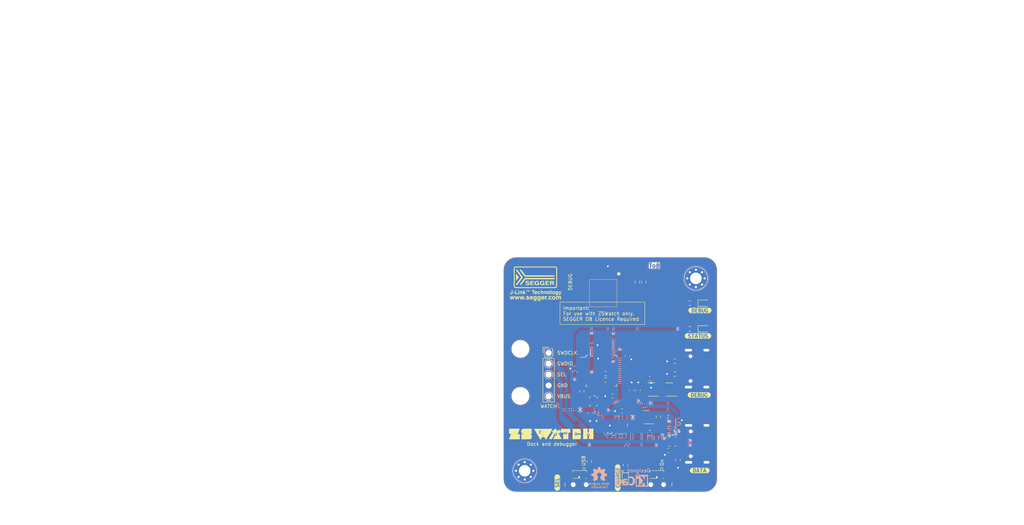
<source format=kicad_pcb>
(kicad_pcb (version 20221018) (generator pcbnew)
  (title_block (title "ZSWatch Dock Programmer and Charger") (date "2023-09-27") (rev "3") (company "github.com/jakkra/ZSWatch-Dock"))
  (layers (0 "F.Cu" signal) (31 "B.Cu" signal) (34 "B.Paste" user) (35 "F.Paste" user) (36 "B.SilkS" user "B.Silkscreen") (37 "F.SilkS" user "F.Silkscreen") (38 "B.Mask" user) (39 "F.Mask" user) (44 "Edge.Cuts" user))
  (net 0 "")
  (net 1 "+1V8")
  (net 2 "Net-(IC3-BP)")
  (net 3 "+3V3")
  (net 4 "Net-(IC1-LX)")
  (net 5 "STM32_SWDIO")
  (net 6 "USB2_DATA_P")
  (net 7 "STM32_SWDCLK")
  (net 8 "GND")
  (net 9 "VBUS")
  (net 10 "USB2_DATA_N")
  (net 11 "STM32_RESETn")
  (net 12 "DEBUG")
  (net 13 "Net-(X4-CC1)")
  (net 14 "Net-(X4-CC2)")
  (net 15 "Net-(IC2-~{OE})")
  (net 16 "D-{slash}SWDIO")
  (net 17 "D+{slash}SWDCLK")
  (net 20 "SEL_SWD")
  (net 22 "STATUS")
  (net 24 "Net-(IC4-B3)")
  (net 49 "Net-(D1-K)")
  (net 50 "Net-(D2-K)")
  (net 51 "USB1_DATA_N")
  (net 52 "USB1_DATA_P")
  (net 57 "Net-(Q1-D)")
  (net 61 "Net-(D3-K)")
  (net 62 "CHARGE")
  (net 64 "Net-(X3-CC1)")
  (net 65 "Net-(X3-CC2)")
  (net 73 "SWDIO_WATCH")
  (net 74 "SWDCLK_WATCH")
  (net 75 "/SWDIO")
  (net 76 "/SWDCLK")
  (net 77 "Net-(X2-VTref)")
  (net 78 "Net-(SW1A-C)")
  (net 79 "Net-(D103-K-Pad1)")
  (net 80 "Net-(D103-K-Pad2)")
  (footprint "Resistor_SMD:R_0603_1608Metric" (layer "F.Cu") (at 166.751 116.049 -90)
    (fp_text reference "R4" hide)
    (fp_text value "100k" hide)
  )
  (footprint "Resistor_SMD:R_0603_1608Metric" (layer "F.Cu") (at 162.306 79.883 90)
    (fp_text reference "R2" hide)
    (fp_text value "0R" hide)
  )
  (footprint "LED_SMD:LED_0603_1608Metric" (layer "F.Cu") (at 159.512 125.9585 -90)
    (fp_text reference "D3" hide)
    (fp_text value "CHARGE" hide)
  )
  (footprint "Resistor_SMD:R_0603_1608Metric" (layer "F.Cu") (at 171.812 113.001 -90)
    (fp_text reference "R18" hide)
    (fp_text value "5k1" hide)
  )
  (footprint "Connector_PinHeader_2.54mm:PinHeader_1x05_P2.54mm_Vertical" (layer "F.Cu") (at 141.5835 96.42)
    (fp_text reference "X1" hide)
    (fp_text value "WATCH")
  )
  (footprint "Package_QFP:LQFP-48_7x7mm_P0.5mm" (layer "F.Cu") (at 153.9035 100.613)
    (fp_text reference "IC5" hide)
    (fp_text value "STM32F072CBT6" hide)
  )
  (footprint "Capacitor_SMD:C_0603_1608Metric" (layer "F.Cu") (at 151.3635 94.615)
    (fp_text reference "C11" hide)
    (fp_text value "100n" hide)
  )
  (footprint "Resistor_SMD:R_0603_1608Metric" (layer "F.Cu") (at 171.05 98.363)
    (fp_text reference "R16" hide)
    (fp_text value "5k1" hide)
  )
  (footprint "Resistor_SMD:R_0603_1608Metric" (layer "F.Cu") (at 167.24 111.371 90)
    (fp_text reference "R5" hide)
    (fp_text value "100k" hide)
  )
  (footprint "Capacitor_SMD:C_0603_1608Metric" (layer "F.Cu") (at 152.797 110.531 -90)
    (fp_text reference "C8" hide)
    (fp_text value "100n" hide)
  )
  (footprint "Button_Switch_SMD:SW_SPDT_PCM12" (layer "F.Cu") (at 148.854 126.896)
    (fp_text reference "SW1" hide)
    (fp_text value "SEL" hide)
  )
  (footprint "kibuzzard-65B413B7" (layer "F.Cu") (at 176.892 123.923)
    (fp_text reference "kibuzzard-65B413B7" hide)
    (fp_text value "G***" hide)
  )
  (footprint "Capacitor_SMD:C_0603_1608Metric" (layer "F.Cu") (at 151.273 110.531 -90)
    (fp_text reference "C9" hide)
    (fp_text value "100n" hide)
  )
  (footprint "kibuzzard-65B413A8" (layer "F.Cu") (at 143.618 126.746 90)
    (fp_text reference "kibuzzard-65B413A8" hide)
    (fp_text value "G***" hide)
  )
  (footprint "kibuzzard-6522ABB2" (layer "F.Cu") (at 176.4875 92.456)
    (fp_text reference "kibuzzard-6522ABB2" hide)
    (fp_text value "G***" hide)
  )
  (footprint "kibuzzard-6522ABCA" (layer "F.Cu") (at 176.9415 86.5)
    (fp_text reference "kibuzzard-6522ABCA" hide)
    (fp_text value "G***" hide)
  )
  (footprint "Package_TO_SOT_SMD:SOT-23" (layer "F.Cu") (at 164.446 111.471 180)
    (fp_text reference "Q1" hide)
    (fp_text value "BSH205G2AR" hide)
  )
  (footprint "Package_QFN:UQFN-10_1.55x2.05mm_P0.5mm" (layer "F.Cu") (at 170.542 117.204 180)
    (fp_text reference "IC2" hide)
    (fp_text value "TS3USB221A" hide)
  )
  (footprint "Resistor_SMD:R_0603_1608Metric" (layer "F.Cu") (at 154.879 102.771 180)
    (fp_text reference "R9" hide)
    (fp_text value "0R" hide)
  )
  (footprint "Capacitor_SMD:C_0603_1608Metric" (layer "F.Cu") (at 160.9905 105.193 90)
    (fp_text reference "C6" hide)
    (fp_text value "1u" hide)
  )
  (footprint "Resistor_SMD:R_0603_1608Metric" (layer "F.Cu") (at 169.526 114.652 180)
    (fp_text reference "R7" hide)
    (fp_text value "0R" hide)
  )
  (footprint "Resistor_SMD:R_0603_1608Metric" (layer "F.Cu") (at 159.512 122.682 90)
    (fp_text reference "R14" hide)
    (fp_text value "220R" hide)
  )
  (footprint "Resistor_SMD:R_0603_1608Metric" (layer "F.Cu") (at 171.812 121.51 -90)
    (fp_text reference "R17" hide)
    (fp_text value "5k1" hide)
  )
  (footprint "Button_Switch_SMD:SW_SPDT_PCM12" (layer "F.Cu") (at 166.946 126.896)
    (fp_text reference "SW2" hide)
    (fp_text value "CHARGE" hide)
  )
  (footprint "Resistor_SMD:R_0603_1608Metric" (layer "F.Cu") (at 149.333 105.444 90)
    (fp_text reference "R11" hide)
    (fp_text value "220R" hide)
  )
  (footprint "Resistor_SMD:R_0603_1608Metric" (layer "F.Cu") (at 151.104 121.793 -90)
    (fp_text reference "R3" hide)
    (fp_text value "1k" hide)
  )
  (footprint "Package_QFN:XQFN-12-1.7x2mm_P0.4mm" (layer "F.Cu") (at 152.035 107.775 180)
    (fp_text reference "IC4" hide)
    (fp_text value "NTS0104GU12" hide)
  )
  (footprint "Capacitor_SMD:C_0603_1608Metric" (layer "F.Cu") (at 156.5575 106.553 180)
    (fp_text reference "C10" hide)
    (fp_text value "100n" hide)
  )
  (footprint "kibuzzard-65B41384" (layer "F.Cu") (at 176.765 106.27)
    (fp_text reference "kibuzzard-65B41384" hide)
    (fp_text value "G***" hide)
  )
  (footprint "Resistor_SMD:R_0603_1608Metric" (layer "F.Cu") (at 171.05 101.363 180)
    (fp_text reference "R15" hide)
    (fp_text value "5k1" hide)
  )
  (footprint "Inductor_SMD:L_0603_1608Metric" (layer "F.Cu") (at 158.4665 115.871 180)
    (fp_text reference "L1" hide)
    (fp_text value "10u" hide)
  )
  (footprint "Samtec:SHF-105-01-L-D-SM-TR" (layer "F.Cu") (at 154.1575 79.855 -90)
    (fp_text reference "X2" hide)
    (fp_text value "DEBUG")
  )
  (footprint "LED_SMD:LED_0603_1608Metric" (layer "F.Cu") (at 177.975 90.805)
    (fp_text reference "D1" hide)
    (fp_text value "STATUS" hide)
  )
  (footprint "Connector_USB:USB_C_Receptacle_GCT_USB4105-xx-A_16P_TopMnt_Horizontal" (layer "F.Cu") (at 177.354 100.113 90)
    (fp_text reference "X3" hide)
    (fp_text value "DEBUG" hide)
  )
  (footprint "Capacitor_SMD:C_0603_1608Metric" (layer "F.Cu") (at 169.526 119.253 180)
    (fp_text reference "C4" hide)
    (fp_text value "100n" hide)
  )
  (footprint "Connector_USB:USB_C_Receptacle_GCT_USB4105-xx-A_16P_TopMnt_Horizontal" (layer "F.Cu") (at 177.4 117.7 90)
    (fp_text reference "X4" hide)
    (fp_text value "DATA" hide)
  )
  (footprint "Resistor_SMD:R_0603_1608Metric" (layer "F.Cu") (at 174.5635 90.805 180)
    (fp_text reference "R12" hide)
    (fp_text value "220R" hide)
  )
  (footprint "Capacitor_SMD:C_0603_1608Metric" (layer "F.Cu") (at 147.7065 100.842 90)
    (fp_text reference "C13" hide)
    (fp_text value "100n" hide)
  )
  (footprint "Capacitor_SMD:C_0603_1608Metric" (layer "F.Cu") (at 158.746 110.029 180)
    (fp_text reference "C1" hide)
    (fp_text value "10u" hide)
  )
  (footprint "Capacitor_SMD:C_0603_1608Metric" (layer "F.Cu") (at 159.9995 97.172 -90)
    (fp_text reference "C12" hide)
    (fp_text value "100n" hide)
  )
  (footprint "MountingHole:MountingHole_2.7mm_Pad_Via" (layer "F.Cu") (at 136 124)
    (fp_text reference "REF**" hide)
    (fp_text value "~" hide)
  )
  (footprint "kibuzzard-6525026C" (layer "F.Cu") (at 157.734 125.603 90)
    (fp_text reference "kibuzzard-6525026C" hide)
    (fp_text value "G***" hide)
  )
  (footprint "project:Logo" (layer "F.Cu") (at 142.113 115.316)
    (fp_text reference "G***")
    (fp_text value "LOGO" hide)
  )
  (footprint "Package_TO_SOT_SMD:SOT-23-3" (layer "F.Cu") (at 169.8 105 180)
    (fp_text reference "D103" hide)
    (fp_text value "BAT64-05" hide)
  )
  (footprint "LED_SMD:LED_0603_1608Metric" (layer "F.Cu") (at 177.975 84.807)
    (fp_text reference "D2" hide)
    (fp_text value "DEBUG" hide)
  )
  (footprint "Capacitor_SMD:C_0603_1608Metric" (layer "F.Cu") (at 155.901 115.109 90)
    (fp_text reference "C3" hide)
    (fp_text value "22u" hide)
  )
  (footprint "LOGO" (layer "F.Cu") (at 138.557 80.264)
    (fp_text reference "G***" hide)
    (fp_text value "LOGO" hide)
  )
  (footprint "Resistor_SMD:R_0603_1608Metric" (layer "F.Cu") (at 174.5635 84.807 180)
    (fp_text reference "R13" hide)
    (fp_text value "220R" hide)
  )
  (footprint "Resistor_SMD:R_0603_1608Metric" (layer "F.Cu") (at 154.879 101.271 180)
    (fp_text reference "R10" hide)
    (fp_text value "0R" hide)
  )
  (footprint "Package_TO_SOT_SMD:SOT-23-5" (layer "F.Cu") (at 165.5625 105 180)
    (fp_text reference "IC3" hide)
    (fp_text value "MIC5219-3.3YM5" hide)
  )
  (footprint "Capacitor_SMD:C_0603_1608Metric" (layer "F.Cu") (at 162.5145 105.193 90)
    (fp_text reference "C7" hide)
    (fp_text value "2u2" hide)
  )
  (footprint "Package_SOT_SMD:SOT-25-5" (layer "F.Cu") (at 158.441 112.95 -90)
    (fp_text reference "IC1" hide)
    (fp_text value "XC9265C181MR-G" hide)
  )
  (footprint "Resistor_SMD:R_0603_1608Metric" (layer "F.Cu") (at 169.526 111.604 180)
    (fp_text reference "R6" hide)
    (fp_text value "100k" hide)
  )
  (footprint "Capacitor_SMD:C_0603_1608Metric" (layer "F.Cu") (at 165.246 116.049 90)
    (fp_text reference "C2" hide)
    (fp_text value "100n" hide)
  )
  (footprint "MountingHole:MountingHole_2.7mm_Pad_Via" (layer "F.Cu") (at 176 79)
    (fp_text reference "REF**" hide)
    (fp_text value "~" hide)
  )
  (footprint "Capacitor_SMD:C_0603_1608Metric" (layer "F.Cu") (at 165.2 102.414)
    (fp_text reference "C5" hide)
    (fp_text value "470p" hide)
  )
  (footprint "Resistor_SMD:R_0603_1608Metric" (layer "F.Cu") (at 169.526 113.128 180)
    (fp_text reference "R8" hide)
    (fp_text value "0R" hide)
  )
  (footprint "Resistor_SMD:R_0603_1608Metric" (layer "F.Cu") (at 163.83 79.883 -90)
    (fp_text reference "R1" hide)
    (fp_text value "0R" hide)
  )
  (footprint "LOGO" (layer "B.Cu") (at 160.8915 126.108 180)
    (fp_text reference "G***" hide)
    (fp_text value "LOGO" hide)
  )
  (footprint "LOGO" (layer "B.Cu") (at 153.4 125.6 180)
    (fp_text reference "G***" hide)
    (fp_text value "LOGO" hide)
  )
  (gr_line (start 157.55 79.25) (end 157.55 85.65) (stroke (width 0.1)) (layer "B.SilkS"))
  (gr_line (start 157.55 85.65) (end 151.15 85.65) (stroke (width 0.1)) (layer "B.SilkS"))
  (gr_line (start 151.15 79.25) (end 157.55 79.25) (stroke (width 0.1)) (layer "B.SilkS"))
  (gr_line (start 151.15 85.65) (end 151.15 79.25) (stroke (width 0.1)) (layer "B.SilkS"))
  (gr_line (start 149.587 123.952) (end 149.587 123.317) (stroke (width 0.1)) (layer "F.SilkS"))
  (gr_line (start 144.242 84.564) (end 164.054 84.564) (stroke (width 0.1)) (layer "F.SilkS"))
  (gr_line (start 165.227 124.333) (end 165.227 123.952) (stroke (width 0.1)) (layer "F.SilkS"))
  (gr_line (start 167.767 123.317) (end 168.275 123.317) (stroke (width 0.1)) (layer "F.SilkS"))
  (gr_line (start 150.476 123.952) (end 150.476 124.333) (stroke (width 0.1)) (layer "F.SilkS"))
  (gr_circle (center 157.969 77.949) (end 158.169 77.949) (stroke (width 0.4)) (fill none) (layer "F.SilkS"))
  (gr_line (start 164.054 89.771) (end 144.242 89.771) (stroke (width 0.1)) (layer "F.SilkS"))
  (gr_line (start 144.242 89.771) (end 144.242 84.564) (stroke (width 0.1)) (layer "F.SilkS"))
  (gr_line (start 149.587 123.317) (end 150.095 123.317) (stroke (width 0.1)) (layer "F.SilkS"))
  (gr_line (start 168.529 123.952) (end 168.529 124.333) (stroke (width 0.1)) (layer "F.SilkS"))
  (gr_line (start 165.227 123.952) (end 168.529 123.952) (stroke (width 0.1)) (layer "F.SilkS"))
  (gr_line (start 168.275 123.317) (end 168.275 123.952) (stroke (width 0.1)) (layer "F.SilkS"))
  (gr_line (start 147.174 123.952) (end 150.476 123.952) (stroke (width 0.1)) (layer "F.SilkS"))
  (gr_line (start 147.174 124.333) (end 147.174 123.952) (stroke (width 0.1)) (layer "F.SilkS"))
  (gr_line (start 150.095 123.317) (end 150.095 123.952) (stroke (width 0.1)) (layer "F.SilkS"))
  (gr_line (start 167.767 123.952) (end 167.767 123.317) (stroke (width 0.1)) (layer "F.SilkS"))
  (gr_line (start 164.054 84.564) (end 164.054 89.771) (stroke (width 0.1)) (layer "F.SilkS"))
  (gr_arc (start 178 74) (mid 180.12132 74.87868) (end 181 77) (stroke (width 0.05)) (layer "Edge.Cuts"))
  (gr_arc (start 131 77) (mid 131.87868 74.87868) (end 134 74) (stroke (width 0.05)) (layer "Edge.Cuts"))
  (gr_line (start 181 126) (end 181 77) (stroke (width 0.05)) (layer "Edge.Cuts"))
  (gr_arc (start 134 129) (mid 131.87868 128.12132) (end 131 126) (stroke (width 0.05)) (layer "Edge.Cuts"))
  (gr_line (start 131 77) (end 131 126) (stroke (width 0.05)) (layer "Edge.Cuts"))
  (gr_circle (center 135 95.5) (end 137 95.5) (stroke (width 0.05)) (fill none) (layer "Edge.Cuts"))
  (gr_circle (center 135 106.5) (end 137 106.5) (stroke (width 0.05)) (fill none) (layer "Edge.Cuts"))
  (gr_line (start 134 129) (end 178 129) (stroke (width 0.05)) (layer "Edge.Cuts"))
  (gr_line (start 178 74) (end 134 74) (stroke (width 0.05)) (layer "Edge.Cuts"))
  (gr_arc (start 181 126) (mid 180.12132 128.12132) (end 178 129) (stroke (width 0.05)) (layer "Edge.Cuts"))
  (gr_text "Top" (at 164.9 76.6) (layer "F.Cu") (effects (font (size 1 1)) (justify left bottom)))
  (gr_text "1.0.${REVISION}" (at 176 127) (layer "F.Cu") (effects (font (size 0.8 0.8) (thickness 0.12))))
  (gr_text "Bot" (at 167.7 76.6) (layer "B.Cu") (effects (font (size 1 1)) (justify left bottom mirror)))
  (gr_text "Designed with" (at 156.829 123.949) (layer "B.SilkS") (effects (font (size 0.8 0.8) (thickness 0.12)) (justify right mirror)))
  (gr_text "Dock and debugger" (at 142.367 117.729) (layer "F.SilkS") (effects (font (size 0.8 0.8) (thickness 0.12))))
  (gr_text "SEL" (at 143.509 101.5) (layer "F.SilkS") (effects (font (size 0.8 0.8) (thickness 0.12)) (justify left)))
  (gr_text "On" (at 168.529 122.936 90) (layer "F.SilkS") (effects (font (size 0.8 0.8) (thickness 0.12)) (justify left bottom)))
  (gr_text "VBUS" (at 143.509 106.58) (layer "F.SilkS") (effects (font (size 0.8 0.8) (thickness 0.12)) (justify left)))
  (gr_text "SWDCLK" (at 143.509 96.42) (layer "F.SilkS") (effects (font (size 0.8 0.8) (thickness 0.12)) (justify left)))
  (gr_text "Important:\nFor use with ZSWatch only.\nSEGGER OB Licence Required" (at 144.877 87.231) (layer "F.SilkS") (effects (font (size 0.8 0.8) (thickness 0.12)) (justify left)))
  (gr_text "GND" (at 143.509 104.04) (layer "F.SilkS") (effects (font (size 0.8 0.8) (thickness 0.12)) (justify left)))
  (gr_text "USB" (at 150.222 122.936 90) (layer "F.SilkS") (effects (font (size 0.8 0.8) (thickness 0.12)) (justify left bottom)))
  (gr_text "SWDIO" (at 143.509 98.96) (layer "F.SilkS") (effects (font (size 0.8 0.8) (thickness 0.12)) (justify left)))
  (segment (start 155.391 115.884) (end 155.901 115.884) (width 0.2) (layer "F.Cu") (net 1))
  (segment (start 154.159 114.652) (end 155.391 115.884) (width 0.2) (layer "F.Cu") (net 1))
  (segment (start 157.679 115.871) (end 157.679 114.982) (width 0.2) (layer "F.Cu") (net 1))
  (segment (start 152.797 109.756) (end 152.797 109.15775) (width 0.2) (layer "F.Cu") (net 1))
  (segment (start 155.547 109.756) (end 153.835 109.756) (width 0.2) (layer "F.Cu") (net 1))
  (segment (start 153.835 109.756) (end 154.159 110.08) (width 0.2) (layer "F.Cu") (net 1))
  (segment (start 157.679 114.982) (end 157.491 114.794) (width 0.2) (layer "F.Cu") (net 1))
  (segment (start 155.914 115.871) (end 155.901 115.884) (width 0.2) (layer "F.Cu") (net 1))
  (segment (start 162.306 91.567) (end 158.242 95.631) (width 0.2) (layer "F.Cu") (net 1))
  (segment (start 157.679 115.871) (end 155.914 115.871) (width 0.2) (layer "F.Cu") (net 1))
  (segment (start 162.306 80.708) (end 162.306 91.567) (width 0.2) (layer "F.Cu") (net 1))
  (segment (start 154.159 110.08) (end 154.159 114.652) (width 0.2) (layer "F.Cu") (net 1))
  (segment (start 152.797 109.15775) (end 152.635 108.99575) (width 0.2) (layer "F.Cu") (net 1))
  (segment (start 152.635 108.99575) (end 152.635 108.575) (width 0.2) (layer "F.Cu") (net 1))
  (segment (start 157.491 114.794) (end 157.491 114.15) (width 0.2) (layer "F.Cu") (net 1))
  (segment (start 152.797 109.756) (end 153.835 109.756) (width 0.2) (layer "F.Cu") (net 1))
  (via (at 155.547 109.756) (size 0.45) (drill 0.25) (layers "F.Cu" "B.Cu") (net 1))
  (via (at 158.242 95.631) (size 0.45) (drill 0.25) (layers "F.Cu" "B.Cu") (net 1))
  (segment (start 155.547 109.756) (end 158.242 107.061) (width 0.2) (layer "B.Cu") (net 1))
  (segment (start 158.242 107.061) (end 158.242 95.631) (width 0.2) (layer "B.Cu") (net 1))
  (segment (start 164.425 104.05) (end 164.425 102.414) (width 0.2) (layer "F.Cu") (net 2))
  (segment (start 170.542 118.335) (end 170.301 118.576) (width 0.2) (layer "F.Cu") (net 3))
  (segment (start 170.542 118.054) (end 170.542 118.335) (width 0.2) (layer "F.Cu") (net 3))
  (segment (start 151.435 108.575) (end 151.435 108.972) (width 0.2) (layer "F.Cu") (net 3))
  (segment (start 159.9995 96.41) (end 158.5465 97.863) (width 0.2) (layer "F.Cu") (net 3))
  (segment (start 159.9995 96.397) (end 159.9995 96.41) (width 0.2) (layer "F.Cu") (net 3))
  (segment (start 162.5145 105.968) (end 160.9905 105.968) (width 0.4) (layer "F.Cu") (net 3))
  (segment (start 148.4585 101.617) (end 147.7065 101.617) (width 0.2) (layer "F.Cu") (net 3))
  (segment (start 156.6535 104.7755) (end 156.6535 105.874) (width 0.2) (layer "F.Cu") (net 3))
  (segment (start 151.7995 108.525) (end 152.035 108.525) (width 0.2) (layer "F.Cu") (net 3))
  (segment (start 164.425 105.95) (end 162.5325 105.95) (width 0.4) (layer "F.Cu") (net 3))
  (segment (start 151.435 108.575) (end 151.7495 108.575) (width 0.2) (layer "F.Cu") (net 3))
  (segment (start 148.7045 101.863) (end 148.4585 101.617) (width 0.2) (layer "F.Cu") (net 3))
  (segment (start 158.5465 97.863) (end 158.066 97.863) (width 0.2) (layer "F.Cu") (net 3))
  (segment (start 151.1535 95.6445) (end 150.5885 95.0795) (width 0.2) (layer "F.Cu") (net 3))
  (segment (start 170.301 118.576) (end 170.301 119.253) (width 0.2) (layer "F.Cu") (net 3))
  (segment (start 151.273 109.134) (end 151.273 109.756) (width 0.2) (layer "F.Cu") (net 3))
  (segment (start 151.7495 108.575) (end 151.7995 108.525) (width 0.2) (layer "F.Cu") (net 3))
  (segment (start 149.741 101.863) (end 148.7045 101.863) (width 0.2) (layer "F.Cu") (net 3))
  (segment (start 151.435 108.972) (end 151.273 109.134) (width 0.2) (layer "F.Cu") (net 3))
  (segment (start 162.5325 105.95) (end 162.5145 105.968) (width 0.4) (layer "F.Cu") (net 3))
  (segment (start 156.6535 105.874) (end 157.3325 106.553) (width 0.2) (layer "F.Cu") (net 3))
  (segment (start 151.1535 96.4505) (end 151.1535 95.6445) (width 0.2) (layer "F.Cu") (net 3))
  (segment (start 150.5885 95.0795) (end 150.5885 94.615) (width 0.2) (layer "F.Cu") (net 3))
  (segment (start 159.391 114.667) (end 159.254 114.804) (width 0.2) (layer "F.Cu") (net 4))
  (segment (start 159.391 114.15) (end 159.391 114.667) (width 0.2) (layer "F.Cu") (net 4))
  (segment (start 159.254 114.804) (end 159.254 115.871) (width 0.2) (layer "F.Cu") (net 4))
  (segment (start 156.436 102.771) (end 156.718 102.489) (width 0.2) (layer "F.Cu") (net 5))
  (segment (start 158.066 98.863) (end 157.1185 98.863) (width 0.2) (layer "F.Cu") (net 5))
  (segment (start 156.718 102.489) (end 156.718 99.2635) (width 0.2) (layer "F.Cu") (net 5))
  (segment (start 156.718 99.2635) (end 157.1185 98.863) (width 0.2) (layer "F.Cu") (net 5))
  (segment (start 157.1185 98.863) (end 156.6975 98.442) (width 0.2) (layer "F.Cu") (net 5))
  (segment (start 155.704 102.771) (end 156.436 102.771) (width 0.2) (layer "F.Cu") (net 5))
  (segment (start 156.6975 81.805) (end 156.6975 91.948) (width 0.2) (layer "F.Cu") (net 5))
  (via (at 156.6975 91.948) (size 0.45) (drill 0.25) (layers "F.Cu" "B.Cu") (net 5))
  (via (at 156.6975 98.442) (size 0.45) (drill 0.25) (layers "F.Cu" "B.Cu") (net 5))
  (segment (start 156.6975 91.948) (end 156.6975 98.442) (width 0.2) (layer "B.Cu") (net 5))
  (segment (start 173.716 117.954) (end 173.72 117.95) (width 0.2) (layer "F.Cu") (net 6))
  (segment (start 174.594 117.95) (end 173.72 117.95) (width 0.2) (layer "F.Cu") (net 6))
  (segment (start 174.594 116.95) (end 173.72 116.95) (width 0.2) (layer "F.Cu") (net 6))
  (segment (start 171.142 117.954) (end 173.716 117.954) (width 0.2) (layer "F.Cu") (net 6))
  (via (at 174.594 116.95) (size 0.45) (drill 0.25) (layers "F.Cu" "B.Cu") (net 6))
  (via (at 174.594 117.95) (size 0.45) (drill 0.25) (layers "F.Cu" "B.Cu") (net 6))
  (segment (start 174.594 117.95) (end 174.594 116.95) (width 0.2) (layer "B.Cu") (net 6))
  (segment (start 155.4275 92.1715) (end 156.6535 93.3975) (width 0.2) (layer "F.Cu") (net 7))
  (segment (start 156.6535 93.3975) (end 156.6535 96.4505) (width 0.2) (layer "F.Cu") (net 7))
  (segment (start 155.704 101.271) (end 155.704 98.152026) (width 0.2) (layer "F.Cu") (net 7))
  (segment (start 155.4275 81.805) (end 155.4275 92.1715) (width 0.2) (layer "F.Cu") (net 7))
  (segment (start 156.6535 97.202526) (end 156.6535 96.4505) (width 0.2) (layer "F.Cu") (net 7))
  (segment (start 155.704 98.152026) (end 156.6535 97.202526) (width 0.2) (layer "F.Cu") (net 7))
  (segment (start 152.035 106.664) (end 152.035 107.025) (width 0.2) (layer "F.Cu") (net 8))
  (segment (start 158.441 111.075) (end 157.971 110.605) (width 0.4) (layer "F.Cu") (net 8))
  (segment (start 158.066 98.363) (end 159.0625 98.363) (width 0.2) (layer "F.Cu") (net 8))
  (segment (start 172.72 112.176) (end 171.812 112.176) (width 0.4) (layer "F.Cu") (net 8))
  (segment (start 170.225 101.363) (end 169.272 101.363) (width 0.4) (layer "F.Cu") (net 8))
  (segment (start 152.273 106.426) (end 152.035 106.664) (width 0.2) (layer "F.Cu") (net 8))
  (segment (start 157.971 110.605) (end 157.971 110.029) (width 0.4) (layer "F.Cu") (net 8))
  (segment (start 155.7825 106.0915) (end 155.7825 106.553) (width 0.2) (layer "F.Cu") (net 8))
  (segment (start 156.1535 104.7755) (end 156.1535 105.7205) (width 0.2) (layer "F.Cu") (net 8))
  (segment (start 160.909 97.947) (end 159.9995 97.947) (width 0.4) (layer "F.Cu") (net 8))
  (segment (start 157.971 110.029) (end 157.099 110.029) (width 0.4) (layer "F.Cu") (net 8))
  (segment (start 173.72 113.955) (end 174.295 113.38) (width 0.4) (layer "F.Cu") (net 8))
  (segment (start 148.717 125.466) (end 149.604 125.466) (width 0.4) (layer "F.Cu") (net 8))
  (segment (start 173.674 103.313) (end 173.674 103.858) (width 0.4) (layer "F.Cu") (net 8))
  (segment (start 149.079236 101.363) (end 147.783236 100.067) (width 0.2) (layer "F.Cu") (net 8))
  (segment (start 153.016 94.615) (end 152.1385 94.615) (width 0.4) (layer "F.Cu") (net 8))
  (segment (start 168.751 120.269) (end 168.751 119.253) (width 0.4) (layer "F.Cu") (net 8))
  (segment (start 154.813 106.553) (end 155.7825 106.553) (width 0.4) (layer "F.Cu") (net 8))
  (segment (start 173.72 114.5) (end 173.72 113.955) (width 0.4) (layer "F.Cu") (net 8))
  (segment (start 149.741 101.363) (end 149.079236 101.363) (width 0.2) (layer "F.Cu") (net 8))
  (segment (start 155.4275 77.905) (end 155.4275 76.171) (width 0.4) (layer "F.Cu") (net 8))
  (segment (start 165.975 102.414) (end 165.975 103.019) (width 0.4) (layer "F.Cu") (net 8))
  (segment (start 162.5145 104.418) (end 162.5145 103.3525) (width 0.4) (layer "F.Cu") (net 8))
  (segment (start 151.273 112.3535) (end 151.273 111.306) (width 0.4) (layer "F.Cu") (net 8))
  (segment (start 165.973 105) (end 165.538 104.565) (width 0.4) (layer "F.Cu") (net 8))
  (segment (start 173.72 121.445) (end 174.295 122.02) (width 0.4) (layer "F.Cu") (net 8))
  (segment (start 171.812 122.335) (end 171.812 123.288) (width 0.4) (layer "F.Cu") (net 8))
  (segment (start 151.6535 96.4505) (end 151.6535 95.5675) (width 0.2) (layer "F.Cu") (net 8))
  (segment (start 169.305 98.363) (end 170.225 98.363) (width 0.4) (layer "F.Cu") (net 8))
  (segment (start 173.674 96.368) (end 174.249 95.793) (width 0.4) (layer "F.Cu") (net 8))
  (segment (start 155.901 113.418) (end 155.901 114.334) (width 0.4) (layer "F.Cu") (net 8))
  (segment (start 152.1385 95.0825) (end 152.1385 94.615) (width 0.2) (layer "F.Cu") (net 8))
  (segment (start 162.5145 103.3525) (end 162.535 103.332) (width 0.4) (layer "F.Cu") (net 8))
  (segment (start 173.674 96.913) (end 173.674 96.368) (width 0.4) (layer "F.Cu") (net 8))
  (segment (start 159.4785 97.947) (end 159.9995 97.947) (width 0.2) (layer "F.Cu") (net 8))
  (segment (start 169.418 111.6) (end 168.705 111.6) (width 0.2) (layer "F.Cu") (net 8))
  (segment (start 170.542 116.354) (end 170.542 115.668) (width 0.2) (layer "F.Cu") (net 8))
  (segment (start 167.696 125.466) (end 166.878 125.466) (width 0.4) (layer "F.Cu") (net 8))
  (segment (start 165.975 103.019) (end 165.564 103.43) (width 0.4) (layer "F.Cu") (net 8))
  (segment (start 158.441 111.75) (end 158.441 111.075) (width 0.4) (layer "F.Cu") (net 8))
  (segment (start 156.1535 105.7205) (end 155.7825 106.0915) (width 0.2) (layer "F.Cu") (net 8))
  (segment (start 159.0625 98.363) (end 159.4785 97.947) (width 0.2) (layer "F.Cu") (net 8))
  (segment (start 166.7 105) (end 165.973 105) (width 0.4) (layer "F.Cu") (net 8))
  (segment (start 160.9905 104.418) (end 160.9905 103.332) (width 0.4) (layer "F.Cu") (net 8))
  (segment (start 173.72 120.9) (end 173.72 121.445) (width 0.4) (layer "F.Cu") (net 8))
  (segment (start 173.674 103.858) (end 174.249 104.433) (width 0.4) (layer "F.Cu") (net 8))
  (segment (start 168.705 111.6) (end 168.701 111.604) (width 0.2) (layer "F.Cu") (net 8))
  (segment (start 147.7065 100.067) (end 146.666 100.067) (width 0.4) (layer "F.Cu") (net 8))
  (segment (start 153.1535 97.761) (end 153.1535 96.4505) (width 0.3) (layer "F.Cu") (net 8))
  (segment (start 165.246 115.274) (end 165.246 114.554) (width 0.2) (layer "F.Cu") (net 8))
  (segment (start 169.272 98.396) (end 169.305 98.363) (width 0.4) (layer "F.Cu") (net 8))
  (segment (start 147.783236 100.067) (end 147.7065 100.067) (width 0.2) (layer "F.Cu") (net 8))
  (segment (start 154.1575 77.905) (end 155.4275 77.905) (width 0.4) (layer "F.Cu") (net 8))
  (segment (start 152.797 112.3535) (end 152.797 111.306) (width 0.4) (layer "F.Cu") (net 8))
  (segment (start 151.6535 95.5675) (end 152.1385 95.0825) (width 0.2) (layer "F.Cu") (net 8))
  (via (at 169.272 98.396) (size 0.8) (drill 0.4) (layers "F.Cu" "B.Cu") (net 8))
  (via (at 165.538 104.565) (size 0.8) (drill 0.4) (layers "F.Cu" "B.Cu") (net 8))
  (via (at 153.1535 97.761) (size 0.8) (drill 0.4) (layers "F.Cu" "B.Cu") (net 8))
  (via (at 148.717 125.466) (size 0.8) (drill 0.4) (layers "F.Cu" "B.Cu") (net 8))
  (via (at 162.535 103.332) (size 0.8) (drill 0.4) (layers "F.Cu" "B.Cu") (net 8))
  (via (at 160.909 97.947) (size 0.8) (drill 0.4) (layers "F.Cu" "B.Cu") (net 8))
  (via (at 160.9905 103.332) (size 0.8) (drill 0.4) (layers "F.Cu" "B.Cu") (net 8))
  (via (at 166.878 125.466) (size 0.8) (drill 0.4) (layers "F.Cu" "B.Cu") (net 8))
  (via (at 146.666 100.067) (size 0.8) (drill 0.4) (layers "F.Cu" "B.Cu") (net 8))
  (via (at 168.751 120.269) (size 0.8) (drill 0.4) (layers "F.Cu" "B.Cu") (net 8))
  (via (at 171.812 123.288) (size 0.8) (drill 0.4) (layers "F.Cu" "B.Cu") (net 8))
  (via (at 151.273 112.3535) (size 0.8) (drill 0.4) (layers "F.Cu" "B.Cu") (net 8))
  (via (at 152.797 112.3535) (size 0.8) (drill 0.4) (layers "F.Cu" "B.Cu") (net 8))
  (via (at 155.901 113.418) (size 0.8) (drill 0.4) (layers "F.Cu" "B.Cu") (net 8))
  (via (at 169.272 101.363) (size 0.8) (drill 0.4) (layers "F.Cu" "B.Cu") (net 8))
  (via (at 153.016 94.615) (size 0.8) (drill 0.4) (layers "F.Cu" "B.Cu") (net 8))
  (via (at 165.246 114.554) (size 0.45) (drill 0.25) (layers "F.Cu" "B.Cu") (net 8))
  (via (at 155.4275 76.171) (size 0.8) (drill 0.4) (layers "F.Cu" "B.Cu") (net 8))
  (via (at 169.418 111.6) (size 0.45) (drill 0.25) (layers "F.Cu" "B.Cu") (net 8))
  (via (at 157.099 110.029) (size 0.8) (drill 0.4) (layers "F.Cu" "B.Cu") (net 8))
  (via (at 170.542 115.668) (size 0.45) (drill 0.25) (layers "F.Cu" "B.Cu") (net 8))
  (via (at 152.273 106.426) (size 0.45) (drill 0.25) (layers "F.Cu" "B.Cu") (net 8))
  (via (at 172.72 112.176) (size 0.8) (drill 0.4) (layers "F.Cu" "B.Cu") (net 8))
  (via (at 165.564 103.43) (size 0.8) (drill 0.4) (layers "F.Cu" "B.Cu") (net 8))
  (via (at 154.813 106.553) (size 0.8) (drill 0.4) (layers "F.Cu" "B.Cu") (net 8))
  (segment (start 173.864 104.5465) (end 173.9775 104.433) (width 0.508) (layer "B.Cu") (net 8))
  (segment (start 161.036 113.945) (end 159.391 112.3) (width 0.4) (layer "F.Cu") (net 9))
  (segment (start 157.766 112.575) (end 159.116 112.575) (width 0.4) (layer "F.Cu") (net 9))
  (segment (start 159.391 112.3) (end 159.391 111.75) (width 0.4) (layer "F.Cu") (net 9))
  (segment (start 159.116 112.575) (end 159.391 112.3) (width 0.4) (layer "F.Cu") (net 9))
  (segment (start 158.623 126.746) (end 157.607 125.73) (width 0.4) (layer "F.Cu") (net 9))
  (segment (start 157.607 125.73) (end 157.607 120.269) (width 0.4) (layer "F.Cu") (net 9))
  (segment (start 159.512 126.746) (end 158.623 126.746) (width 0.4) (layer "F.Cu") (net 9))
  (segment (start 157.491 111.75) (end 157.491 112.3) (width 0.4) (layer "F.Cu") (net 9))
  (segment (start 157.491 112.3) (end 157.766 112.575) (width 0.4) (layer "F.Cu") (net 9))
  (segment (start 161.036 116.84) (end 161.036 113.945) (width 0.4) (layer "F.Cu") (net 9))
  (segment (start 157.607 120.269) (end 161.036 116.84) (width 0.4) (layer "F.Cu") (net 9))
  (segment (start 173.72 117.45) (end 174.864 117.45) (width 0.2) (layer "F.Cu") (net 10))
  (segment (start 175.044 117.63) (end 175.044 118.278) (width 0.2) (layer "F.Cu") (net 10))
  (segment (start 173.716 117.454) (end 173.72 117.45) (width 0.2) (layer "F.Cu") (net 10))
  (segment (start 174.872 118.45) (end 173.72 118.45) (width 0.2) (layer "F.Cu") (net 10))
  (segment (start 174.864 117.45) (end 175.044 117.63) (width 0.2) (layer "F.Cu") (net 10))
  (segment (start 175.044 118.278) (end 174.872 118.45) (width 0.2) (layer "F.Cu") (net 10))
  (segment (start 171.142 117.454) (end 173.716 117.454) (width 0.2) (layer "F.Cu") (net 10))
  (segment (start 151.6175 81.805) (end 151.6175 91.821) (width 0.2) (layer "F.Cu") (net 11))
  (segment (start 151.619 100.863) (end 149.741 100.863) (width 0.2) (layer "F.Cu") (net 11))
  (via (at 151.6175 91.821) (size 0.45) (drill 0.25) (layers "F.Cu" "B.Cu") (net 11))
  (via (at 151.619 100.863) (size 0.45) (drill 0.25) (layers "F.Cu" "B.Cu") (net 11))
  (segment (start 151.6175 100.8615) (end 151.619 100.863) (width 0.2) (layer "B.Cu") (net 11))
  (segment (start 151.6175 91.821) (end 151.6175 100.8615) (width 0.2) (layer "B.Cu") (net 11))
  (segment (start 165.1 79.756) (end 170.151 84.807) (width 0.2) (layer "F.Cu") (net 12))
  (segment (start 152.2635 79.756) (end 165.1 79.756) (width 0.2) (layer "F.Cu") (net 12))
  (segment (start 151.6175 77.905) (end 151.6175 79.11) (width 0.2) (layer "F.Cu") (net 12))
  (segment (start 170.151 84.807) (end 173.7385 84.807) (width 0.2) (layer "F.Cu") (net 12))
  (segment (start 151.6175 79.11) (end 152.2635 79.756) (width 0.2) (layer "F.Cu") (net 12))
  (segment (start 172.34 118.95) (end 171.812 119.478) (width 0.2) (layer "F.Cu") (net 13))
  (segment (start 171.812 119.478) (end 171.812 120.685) (width 0.2) (layer "F.Cu") (net 13))
  (segment (start 173.72 118.95) (end 172.34 118.95) (width 0.2) (layer "F.Cu") (net 13))
  (segment (start 172.72 115.697) (end 172.973 115.95) (width 0.2) (layer "F.Cu") (net 14))
  (segment (start 172.973 115.95) (end 173.72 115.95) (width 0.2) (layer "F.Cu") (net 14))
  (segment (start 172.72 114.734) (end 172.72 115.697) (width 0.2) (layer "F.Cu") (net 14))
  (segment (start 171.812 113.826) (end 172.72 114.734) (width 0.2) (layer "F.Cu") (net 14))
  (segment (start 169.799 115.951) (end 169.942 116.094) (width 0.2) (layer "F.Cu") (net 15))
  (segment (start 169.799 115.7315) (end 169.799 115.951) (width 0.2) (layer "F.Cu") (net 15))
  (segment (start 169.942 116.094) (end 169.942 116.419) (width 0.2) (layer "F.Cu") (net 15))
  (segment (start 169.799 112.156) (end 170.351 111.604) (width 0.2) (layer "F.Cu") (net 15))
  (segment (start 169.799 112.395) (end 169.799 112.156) (width 0.2) (layer "F.Cu") (net 15))
  (via (at 169.799 112.395) (size 0.45) (drill 0.25) (layers "F.Cu" "B.Cu") (net 15))
  (via (at 169.799 115.7315) (size 0.45) (drill 0.25) (layers "F.Cu" "B.Cu") (net 15))
  (segment (start 169.799 115.7315) (end 169.799 112.395) (width 0.2) (layer "B.Cu") (net 15))
  (segment (start 169.288 116.954) (end 169.942 116.954) (width 0.2) (layer "F.Cu") (net 16))
  (segment (start 168.701 116.367) (end 169.288 116.954) (width 0.2) (layer "F.Cu") (net 16))
  (segment (start 168.701 116.367) (end 168.701 114.652) (width 0.2) (layer "F.Cu") (net 16))
  (via (at 168.701 116.367) (size 0.45) (drill 0.25) (layers "F.Cu" "B.Cu") (net 16))
  (segment (start 148.63254 114.00904) (end 150.9905 116.367) (width 0.2) (layer "B.Cu") (net 16))
  (segment (start 150.9905 116.367) (end 168.701 116.367) (width 0.2) (layer "B.Cu") (net 16))
  (segment (start 141.5835 98.96) (end 145.161 102.5375) (width 0.2) (layer "B.Cu") (net 16))
  (segment (start 148.324674 113.044119) (end 148.324675 113.044118) (width 0.2) (layer "B.Cu") (net 16))
  (segment (start 145.161 110.5375) (end 147.35975 112.73625) (width 0.2) (layer "B.Cu") (net 16))
  (segment (start 148.324675 113.044118) (end 147.773661 113.595128) (width 0.2) (layer "B.Cu") (net 16))
  (segment (start 148.197926 114.019391) (end 148.208276 114.00904) (width 0.2) (layer "B.Cu") (net 16))
  (segment (start 147.784015 112.736249) (end 147.900411 112.619854) (width 0.2) (layer "B.Cu") (net 16))
  (segment (start 145.161 102.5375) (end 145.161 110.5375) (width 0.2) (layer "B.Cu") (net 16))
  (arc (start 147.900411 112.619854) (mid 148.112543 112.531986) (end 148.324675 112.619854) (width 0.2) (layer "B.Cu") (net 16))
  (arc (start 147.773661 113.595128) (mid 147.685793 113.80726) (end 147.773661 114.019392) (width 0.2) (layer "B.Cu") (net 16))
  (arc (start 147.35975 112.73625) (mid 147.571884 112.824119) (end 147.784015 112.736249) (width 0.2) (layer "B.Cu") (net 16))
  (arc (start 148.324675 112.619854) (mid 148.412542 112.831986) (end 148.324674 113.044119) (width 0.2) (layer "B.Cu") (net 16))
  (arc (start 148.208276 114.00904) (mid 148.420408 113.921172) (end 148.63254 114.00904) (width 0.2) (layer "B.Cu") (net 16))
  (arc (start 147.773661 114.019392) (mid 147.985794 114.10726) (end 148.197926 114.019391) (width 0.2) (layer "B.Cu") (net 16))
  (segment (start 168.076 116.631) (end 168.899 117.454) (width 0.2) (layer "F.Cu") (net 17))
  (segment (start 168.076 113.753) (end 168.701 113.128) (width 0.2) (layer "F.Cu") (net 17))
  (segment (start 168.076 115.57) (end 168.076 113.753) (width 0.2) (layer "F.Cu") (net 17))
  (segment (start 168.076 115.57) (end 168.076 116.631) (width 0.2) (layer "F.Cu") (net 17))
  (segment (start 168.899 117.454) (end 169.942 117.454) (width 0.2) (layer "F.Cu") (net 17))
  (via (at 168.076 115.57) (size 0.45) (drill 0.25) (layers "F.Cu" "B.Cu") (net 17))
  (segment (start 145.477277 99.889513) (end 145.760121 99.606672) (width 0.2) (layer "B.Cu") (net 17))
  (segment (start 146.304 109.1405) (end 146.304 105.7936) (width 0.2) (layer "B.Cu") (net 17))
  (segment (start 168.076 115.57) (end 152.7335 115.57) (width 0.2) (layer "B.Cu") (net 17))
  (segment (start 152.7335 115.57) (end 146.304 109.1405) (width 0.2) (layer "B.Cu") (net 17))
  (segment (start 144.62875 99.46525) (end 141.5835 96.42) (width 0.2) (layer "B.Cu") (net 17))
  (segment (start 146.4498 105.6478) (end 146.449801 105.6478) (width 0.2) (layer "B.Cu") (net 17))
  (segment (start 146.595601 105.502) (end 146.595601 105.1936) (width 0.2) (layer "B.Cu") (net 17))
  (segment (start 146.304 101.1405) (end 145.477277 100.313777) (width 0.2) (layer "B.Cu") (net 17))
  (segment (start 146.449801 105.0478) (end 146.4498 105.0478) (width 0.2) (layer "B.Cu") (net 17))
  (segment (start 145.760121 99.606672) (end 145.76012 99.606673) (width 0.2) (layer "B.Cu") (net 17))
  (segment (start 145.335857 99.182408) (end 145.053015 99.465249) (width 0.2) (layer "B.Cu") (net 17))
  (segment (start 146.304 104.902) (end 146.304 101.1405) (width 0.2) (layer "B.Cu") (net 17))
  (arc (start 146.4498 105.0478) (mid 146.346704 105.005096) (end 146.304 104.902) (width 0.2) (layer "B.Cu") (net 17))
  (arc (start 146.304 105.7936) (mid 146.346704 105.690504) (end 146.4498 105.6478) (width 0.2) (layer "B.Cu") (net 17))
  (arc (start 145.760121 99.182408) (mid 145.547989 99.09454) (end 145.335857 99.182408) (width 0.2) (layer "B.Cu") (net 17))
  (arc (start 145.053015 99.465249) (mid 144.840884 99.553119) (end 144.62875 99.46525) (width 0.2) (layer "B.Cu") (net 17))
  (arc (start 145.477277 100.313777) (mid 145.389409 100.101645) (end 145.477277 99.889513) (width 0.2) (layer "B.Cu") (net 17))
  (arc (start 145.76012 99.606673) (mid 145.847988 99.39454) (end 145.760121 99.182408) (width 0.2) (layer "B.Cu") (net 17))
  (arc (start 146.449801 105.6478) (mid 146.552897 105.605096) (end 146.595601 105.502) (width 0.2) (layer "B.Cu") (net 17))
  (arc (start 146.595601 105.1936) (mid 146.552897 105.090504) (end 146.449801 105.0478) (width 0.2) (layer "B.Cu") (net 17))
  (segment (start 166.751 117.954) (end 166.751 116.874) (width 0.2) (layer "F.Cu") (net 20))
  (segment (start 151.104 120.968) (end 151.104 117.954) (width 0.2) (layer "F.Cu") (net 20))
  (segment (start 165.915 116.874) (end 166.751 116.874) (width 0.2) (layer "F.Cu") (net 20))
  (segment (start 166.751 117.954) (end 169.942 117.954) (width 0.2) (layer "F.Cu") (net 20))
  (segment (start 165.865 116.824) (end 165.915 116.874) (width 0.2) (layer "F.Cu") (net 20))
  (segment (start 165.246 116.824) (end 165.865 116.824) (width 0.2) (layer "F.Cu") (net 20))
  (via (at 151.104 117.954) (size 0.45) (drill 0.25) (layers "F.Cu" "B.Cu") (net 20))
  (via (at 166.751 117.954) (size 0.45) (drill 0.25) (layers "F.Cu" "B.Cu") (net 20))
  (segment (start 141.5835 101.5) (end 143.764 103.6805) (width 0.2) (layer "B.Cu") (net 20))
  (segment (start 149.45 117.954) (end 151.104 117.954) (width 0.2) (layer "B.Cu") (net 20))
  (segment (start 166.751 117.954) (end 151.104 117.954) (width 0.2) (layer "B.Cu") (net 20))
  (segment (start 143.764 103.6805) (end 143.764 112.268) (width 0.2) (layer "B.Cu") (net 20))
  (segment (start 143.764 112.268) (end 149.45 117.954) (width 0.2) (layer "B.Cu") (net 20))
  (segment (start 171.7485 90.805) (end 173.7385 90.805) (width 0.2) (layer "F.Cu") (net 22))
  (segment (start 148.635 102.571) (end 148.843 102.363) (width 0.2) (layer "F.Cu") (net 22))
  (segment (start 148.843 102.363) (end 149.741 102.363) (width 0.2) (layer "F.Cu") (net 22))
  (segment (start 147.6805 102.571) (end 148.635 102.571) (width 0.2) (layer "F.Cu") (net 22))
  (via (at 171.7485 90.805) (size 0.45) (drill 0.25) (layers "F.Cu" "B.Cu") (net 22))
  (via (at 147.6805 102.571) (size 0.45) (drill 0.25) (layers "F.Cu" "B.Cu") (net 22))
  (segment (start 171.7485 90.805) (end 148.923 90.805) (width 0.2) (layer "B.Cu") (net 22))
  (segment (start 148.923 90.805) (end 147.6805 92.0475) (width 0.2) (layer "B.Cu") (net 22))
  (segment (start 147.6805 92.0475) (end 147.6805 102.571) (width 0.2) (layer "B.Cu") (net 22))
  (segment (start 150.946 107.375) (end 151.435 107.375) (width 0.2) (layer "F.Cu") (net 24))
  (segment (start 149.333 106.269) (end 149.84 106.269) (width 0.2) (layer "F.Cu") (net 24))
  (segment (start 149.84 106.269) (end 150.946 107.375) (width 0.2) (layer "F.Cu") (net 24))
  (segment (start 175.3885 90.805) (end 177.1875 90.805) (width 0.2) (layer "F.Cu") (net 49))
  (segment (start 175.3885 84.807) (end 177.1875 84.807) (width 0.2) (layer "F.Cu") (net 50))
  (segment (start 172.828 100.047) (end 173.012 99.863) (width 0.2) (layer "F.Cu") (net 51))
  (segment (start 172.828 100.682) (end 172.828 100.047) (width 0.2) (layer "F.Cu") (net 51))
  (segment (start 173.012 99.863) (end 173.674 99.863) (width 0.2) (layer "F.Cu") (net 51))
  (segment (start 173.674 100.863) (end 173.009 100.863) (width 0.2) (layer "F.Cu") (net 51))
  (segment (start 158.1415 99.863) (end 173.856 99.863) (width 0.2) (layer "F.Cu") (net 51))
  (segment (start 173.009 100.863) (end 172.828 100.682) (width 0.2) (layer "F.Cu") (net 51))
  (segment (start 173.674 99.363) (end 174.349 99.363) (width 0.2) (layer "F.Cu") (net 52))
  (segment (start 173.674 99.363) (end 158.066 99.363) (width 0.2) (layer "F.Cu") (net 52))
  (segment (start 174.562 99.576) (end 174.562 100.15) (width 0.2) (layer "F.Cu") (net 52))
  (segment (start 174.349 100.363) (end 173.674 100.363) (width 0.2) (layer "F.Cu") (net 52))
  (segment (start 174.562 100.15) (end 174.349 100.363) (width 0.2) (layer "F.Cu") (net 52))
  (segment (start 174.349 99.363) (end 174.562 99.576) (width 0.2) (layer "F.Cu") (net 52))
  (segment (start 144.7315 109.728) (end 141.5835 106.58) (width 0.3) (layer "F.Cu") (net 57))
  (segment (start 148.971 109.728) (end 144.7315 109.728) (width 0.3) (layer "F.Cu") (net 57))
  (segment (start 163.5085 111.471) (end 161.254 111.471) (width 0.3) (layer "F.Cu") (net 57))
  (via (at 161.254 111.471) (size 0.8) (drill 0.4) (layers "F.Cu" "B.Cu") (net 57))
  (via (at 148.971 109.728) (size 0.8) (drill 0.4) (layers "F.Cu" "B.Cu") (net 57))
  (segment (start 148.971 109.728) (end 152.273 109.728) (width 0.3) (layer "B.Cu") (net 57))
  (segment (start 152.273 109.728) (end 154.016 111.471) (width 0.3) (layer "B.Cu") (net 57))
  (segment (start 154.016 111.471) (end 161.254 111.471) (width 0.3) (layer "B.Cu") (net 57))
  (segment (start 159.512 125.171) (end 159.512 123.507) (width 0.2) (layer "F.Cu") (net 61))
  (segment (start 163.931 112.421) (end 163.322 113.03) (width 0.2) (layer "F.Cu") (net 62))
  (segment (start 167.704 121.857) (end 169.196 123.349) (width 0.2) (layer "F.Cu") (net 62))
  (segment (start 163.322 121.222) (end 162.687 121.857) (width 0.2) (layer "F.Cu") (net 62))
  (segment (start 165.3835 112.421) (end 166.296 112.421) (width 0.2) (layer "F.Cu") (net 62))
  (segment (start 165.3835 112.421) (end 163.931 112.421) (width 0.2) (layer "F.Cu") (net 62))
  (segment (start 166.521 112.196) (end 167.24 112.196) (width 0.2) (layer "F.Cu") (net 62))
  (segment (start 169.196 123.349) (end 169.196 125.592) (width 0.2) (layer "F.Cu") (net 62))
  (segment (start 163.322 113.03) (end 163.322 121.222) (width 0.2) (layer "F.Cu") (net 62))
  (segment (start 159.512 121.857) (end 162.687 121.857) (width 0.2) (layer "F.Cu") (net 62))
  (segment (start 162.687 121.857) (end 167.704 121.857) (width 0.2) (layer "F.Cu") (net 62))
  (segment (start 166.296 112.421) (end 166.521 112.196) (width 0.2) (layer "F.Cu") (net 62))
  (segment (start 173.674 101.363) (end 171.875 101.363) (width 0.254) (layer "F.Cu") (net 64))
  (segment (start 173.674 98.363) (end 171.875 98.363) (width 0.2) (layer "F.Cu") (net 65))
  (segment (start 171.142 115.443) (end 171.142 116.454) (width 0.2) (layer "F.Cu") (net 73))
  (segment (start 170.351 114.652) (end 171.142 115.443) (width 0.2) (layer "F.Cu") (net 73))
  (segment (start 153.34 106.975) (end 154.032 107.667) (width 0.2) (layer "F.Cu") (net 73))
  (segment (start 152.635 106.975) (end 153.34 106.975) (width 0.2) (layer "F.Cu") (net 73))
  (segment (start 154.032 107.667) (end 162.541 107.667) (width 0.2) (layer "F.Cu") (net 73))
  (via (at 162.541 107.667) (size 0.45) (drill 0.25) (layers "F.Cu" "B.Cu") (net 73))
  (via (at 171.142 115.443) (size 0.45) (drill 0.25) (layers "F.Cu" "B.Cu") (net 73))
  (segment (start 169.78 109.699) (end 171.142 111.061) (width 0.2) (layer "B.Cu") (net 73))
  (segment (start 171.142 111.061) (end 171.142 115.443) (width 0.2) (layer "B.Cu") (net 73))
  (segment (start 162.541 107.667) (end 164.573 109.699) (width 0.2) (layer "B.Cu") (net 73))
  (segment (start 164.573 109.699) (end 169.78 109.699) (width 0.2) (layer "B.Cu") (net 73))
  (segment (start 170.351 113.446582) (end 170.351 113.128) (width 0.2) (layer "F.Cu") (net 74))
  (segment (start 153.232 107.375) (end 152.635 107.375) (width 0.2) (layer "F.Cu") (net 74))
  (segment (start 171.958 114.843) (end 171.958 116.503) (width 0.2) (layer "F.Cu") (net 74))
  (segment (start 171.958 116.503) (end 171.507 116.954) (width 0.2) (layer "F.Cu") (net 74))
  (segment (start 171.958 114.843) (end 171.747418 114.843) (width 0.2) (layer "F.Cu") (net 74))
  (segment (start 171.507 116.954) (end 171.142 116.954) (width 0.2) (layer "F.Cu") (net 74))
  (segment (start 171.747418 114.843) (end 170.351 113.446582) (width 0.2) (layer "F.Cu") (net 74))
  (segment (start 165.335 108.175) (end 154.032 108.175) (width 0.2) (layer "F.Cu") (net 74))
  (segment (start 154.032 108.175) (end 153.232 107.375) (width 0.2) (layer "F.Cu") (net 74))
  (via (at 171.958 114.843) (size 0.45) (drill 0.25) (layers "F.Cu" "B.Cu") (net 74))
  (via (at 165.335 108.175) (size 0.45) (drill 0.25) (layers "F.Cu" "B.Cu") (net 74))
  (segment (start 171.958 114.843) (end 171.958 110.099) (width 0.2) (layer "B.Cu") (net 74))
  (segment (start 171.958 110.099) (end 170.034 108.175) (width 0.2) (layer "B.Cu") (net 74))
  (segment (start 170.034 108.175) (end 165.335 108.175) (width 0.2) (layer "B.Cu") (net 74))
  (segment (start 151.435 105.994) (end 151.435 106.975) (width 0.2) (layer "F.Cu") (net 75))
  (segment (start 151.6535 103.994) (end 152.8765 102.771) (width 0.2) (layer "F.Cu") (net 75))
  (segment (start 151.6535 104.7755) (end 151.6535 105.7755) (width 0.2) (layer "F.Cu") (net 75))
  (segment (start 152.8765 102.771) (end 154.054 102.771) (width 0.2) (layer "F.Cu") (net 75))
  (segment (start 151.6535 104.7755) (end 151.6535 103.994) (width 0.2) (layer "F.Cu") (net 75))
  (segment (start 151.6535 105.7755) (end 151.435 105.994) (width 0.2) (layer "F.Cu") (net 75))
  (segment (start 149.333 104.619) (end 149.333 104.092) (width 0.2) (layer "F.Cu") (net 76))
  (segment (start 149.741 103.684) (end 149.741 103.363) (width 0.2) (layer "F.Cu") (net 76))
  (segment (start 150.764 103.363) (end 152.856 101.271) (width 0.2) (layer "F.Cu") (net 76))
  (segment (start 149.333 104.092) (end 149.741 103.684) (width 0.2) (layer "F.Cu") (net 76))
  (segment (start 152.856 101.271) (end 154.054 101.271) (width 0.2) (layer "F.Cu") (net 76))
  (segment (start 149.741 103.363) (end 150.764 103.363) (width 0.2) (layer "F.Cu") (net 76))
  (segment (start 156.7145 77.923) (end 157.171 77.923) (width 0.2) (layer "F.Cu") (net 77))
  (segment (start 162.306 79.058) (end 163.83 79.058) (width 0.2) (layer "F.Cu") (net 77))
  (segment (start 158.306 79.058) (end 162.306 79.058) (width 0.2) (layer "F.Cu") (net 77))
  (segment (start 157.171 77.923) (end 158.306 79.058) (width 0.2) (layer "F.Cu") (net 77))
  (segment (start 151.104 125.466) (end 151.104 122.618) (width 0.2) (layer "F.Cu") (net 78))
  (zone (net 0) (net_name "") (layer "F.Cu") (connect_pads yes (clearance 0)) (min_thickness 0.254)
    (keepout (tracks allowed) (vias allowed) (pads allowed) (copperpour not_allowed) (footprints allowed))
    (fill (thermal_gap 0.508) (thermal_bridge_width 0.508))
    (polygon (pts (xy 157.2055 97.553) (xy 158.4755 97.553) (xy 159.4915 96.537) (xy 159.8725 96.537) (xy 159.8725 97.045) (xy 158.8565 98.061) (xy 157.2055 98.061)))
  )
  (zone (net 9) (net_name "VBUS") (layer "F.Cu") (priority 1) (connect_pads yes (clearance 0)) (min_thickness 0.25) (fill yes (thermal_gap 0.5) (thermal_bridge_width 0.5))
    (polygon (pts (xy 169.4 103.392) (xy 165.957 103.392) (xy 165.957 109.245) (xy 158.954 109.245) (xy 158.954 110.923) (xy 158.954 112.244) (xy 159.827 112.244) (xy 159.827 110.969) (xy 169.378 110.969)))
  )
  (zone (net 0) (net_name "") (layer "F.Cu") (connect_pads (clearance 0)) (min_thickness 0.25)
    (keepout (tracks allowed) (vias allowed) (pads allowed) (copperpour not_allowed) (footprints allowed))
    (fill (thermal_gap 0.5) (thermal_bridge_width 0.5))
    (polygon (pts (xy 170.034 119.351) (xy 170.034 118.589) (xy 170.415 118.208) (xy 170.415 117.7) (xy 170.796 117.7) (xy 170.796 118.462) (xy 170.542 118.716) (xy 170.542 119.351)))
  )
  (zone (net 3) (net_name "+3V3") (layer "F.Cu") (connect_pads yes (clearance 0.15)) (min_thickness 0.15) (fill yes (thermal_gap 0.508) (thermal_bridge_width 0.508))
    (polygon (pts (xy 195.072 132.334) (xy 107.072 132.334) (xy 107.072 67.334) (xy 195.072 67.334)))
  )
  (zone (net 0) (net_name "") (layer "F.Cu") (connect_pads yes (clearance 0)) (min_thickness 0.254)
    (keepout (tracks allowed) (vias allowed) (pads allowed) (copperpour not_allowed) (footprints allowed))
    (fill (thermal_gap 0.508) (thermal_bridge_width 0.508))
    (polygon (pts (xy 151.527 109.642) (xy 151.527 109.134) (xy 151.654 109.007) (xy 151.654 108.626) (xy 151.146 108.626) (xy 151.146 108.88) (xy 151.019 109.007) (xy 151.019 109.642)))
  )
  (zone (net 0) (net_name "") (layer "F.Cu") (connect_pads yes (clearance 0)) (min_thickness 0.254)
    (keepout (tracks allowed) (vias allowed) (pads allowed) (copperpour not_allowed) (footprints allowed))
    (fill (thermal_gap 0.508) (thermal_bridge_width 0.508))
    (polygon (pts (xy 156.4435 103.903) (xy 156.9515 103.903) (xy 156.9515 105.808) (xy 157.3325 106.189) (xy 157.3325 106.697) (xy 156.8245 106.697) (xy 156.8245 106.443) (xy 156.4435 106.062)))
  )
  (zone (net 80) (net_name "Net-(D103-K-Pad2)") (layer "F.Cu") (priority 3) (connect_pads yes (clearance 0)) (min_thickness 0.25) (fill yes (thermal_gap 0.5) (thermal_bridge_width 0.5))
    (polygon (pts (xy 170.1 102.15) (xy 174.95 102.15) (xy 174.95 98.1) (xy 173.1 98.1) (xy 173.1 97.3) (xy 175.85 97.3) (xy 175.85 102.95) (xy 171.75 102.95) (xy 171.75 104.5) (xy 170.1 104.5)))
  )
  (zone (net 79) (net_name "Net-(D103-K-Pad1)") (layer "F.Cu") (priority 1) (connect_pads yes (clearance 0)) (min_thickness 0.25) (fill yes (thermal_gap 0.5) (thermal_bridge_width 0.5))
    (polygon (pts (xy 173.082 119.732) (xy 173.082 120.494) (xy 176.257 120.494) (xy 176.257 114.906) (xy 173.082 114.906) (xy 173.082 115.668) (xy 175.368 115.668) (xy 175.368 119.732)))
  )
  (zone (net 79) (net_name "Net-(D103-K-Pad1)") (layer "F.Cu") (priority 2) (connect_pads yes (clearance 0)) (min_thickness 0.25) (fill yes (thermal_gap 0.5) (thermal_bridge_width 0.5))
    (polygon (pts (xy 176.257 115.668) (xy 175.368 115.668) (xy 175.368 113.03) (xy 175.368 106.469) (xy 169.997 106.469) (xy 169.997 105.38) (xy 176.257 105.38)))
  )
  (zone (net 0) (net_name "") (layer "F.Cu") (connect_pads yes (clearance 0)) (min_thickness 0.254)
    (keepout (tracks allowed) (vias allowed) (pads allowed) (copperpour not_allowed) (footprints allowed))
    (fill (thermal_gap 0.508) (thermal_bridge_width 0.508))
    (polygon (pts (xy 150.6015 101.617) (xy 148.8235 101.617) (xy 148.5695 101.363) (xy 147.9345 101.363) (xy 147.9345 101.871) (xy 148.3155 101.871) (xy 148.5695 102.125) (xy 150.6015 102.125)))
  )
  (zone (net 0) (net_name "") (layer "F.Cu") (connect_pads yes (clearance 0)) (min_thickness 0.25)
    (keepout (tracks allowed) (vias allowed) (pads allowed) (copperpour not_allowed) (footprints allowed))
    (fill (thermal_gap 0.5) (thermal_bridge_width 0.5))
    (polygon (pts (xy 152.2875 108.926) (xy 151.7795 108.926) (xy 151.7795 108.799) (xy 151.0175 108.799) (xy 151.0175 108.291) (xy 151.7795 108.291) (xy 151.7795 108.164) (xy 152.2875 108.164)))
  )
  (zone (net 0) (net_name "") (layer "F.Cu") (connect_pads (clearance 0)) (min_thickness 0.25)
    (keepout (tracks allowed) (vias allowed) (pads allowed) (copperpour not_allowed) (footprints allowed))
    (fill (thermal_gap 0.5) (thermal_bridge_width 0.5))
    (polygon (pts (xy 165.187 106.59) (xy 165.187 105.32) (xy 161.25 105.32) (xy 161.25 106.59)))
  )
  (zone (net 0) (net_name "") (layer "F.Cu") (connect_pads yes (clearance 0)) (min_thickness 0.254)
    (keepout (tracks allowed) (vias allowed) (pads allowed) (copperpour not_allowed) (footprints allowed))
    (fill (thermal_gap 0.508) (thermal_bridge_width 0.508))
    (polygon (pts (xy 150.8555 97.299) (xy 150.8555 95.775) (xy 150.3475 95.267) (xy 150.3475 94.759) (xy 150.8555 94.759) (xy 150.8555 94.967) (xy 151.3635 95.475) (xy 151.3635 97.299)))
  )
  (zone (net 8) (net_name "GND") (layer "B.Cu") (connect_pads yes (clearance 0.15)) (min_thickness 0.15) (fill yes (thermal_gap 0.508) (thermal_bridge_width 0.508))
    (polygon (pts (xy 195.072 132.334) (xy 107.072 132.334) (xy 107.072 67.334) (xy 195.072 67.334)))
  )
)
</source>
